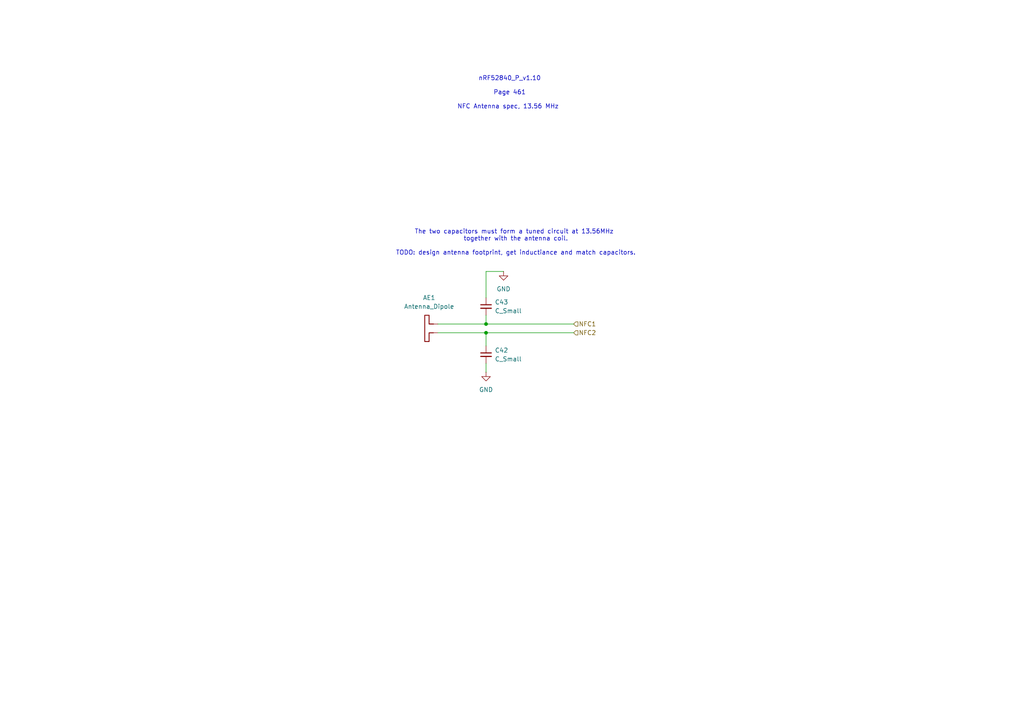
<source format=kicad_sch>
(kicad_sch (version 20250114) (generator "eeschema") (generator_version "9.0")
  (paper "A4")
  (title_block (title "Bornhack 2026") (rev "0.1") (company "Badge.Team"))
  (lib_symbols
    (symbol "Device:Antenna_Dipole" (pin_numbers (hide yes)) (pin_names (offset 1.016) (hide yes))
      (property "Reference" "AE" (at 1.27 1.27 0))
      (property "Value" "Antenna_Dipole" (at 1.27 0 0))
      (symbol "Antenna_Dipole_0_1"
        (polyline (pts (xy 2.54 -3.81) (xy 2.54 -2.54) (xy 5.08 -2.54) (xy 5.08 -1.27) (xy -2.54 -1.27) (xy -2.54 -2.54) (xy 0 -2.54) (xy 0 -3.81)) (stroke (width 0.254)))
      )
      (symbol "Antenna_Dipole_1_1"
        (pin input line (at 0 -5.08 90) (length 2.54) (name "~") (number "1"))
        (pin input line (at 2.54 -5.08 90) (length 2.54) (name "~") (number "2"))
      )
    )
    (symbol "Device:C_Small" (pin_numbers (hide yes)) (pin_names (offset 0.254) (hide yes))
      (property "Reference" "C" (at 0.254 1.778 0))
      (property "Value" "C_Small" (at 0.254 -2.032 0))
      (symbol "C_Small_0_1"
        (polyline (pts (xy -1.524 0.508) (xy 1.524 0.508)) (stroke (width 0.3048)))
        (polyline (pts (xy -1.524 -0.508) (xy 1.524 -0.508)) (stroke (width 0.3302)))
      )
      (symbol "C_Small_1_1"
        (pin passive line (at 0 2.54 270) (length 2.032) (name "~") (number "1"))
        (pin passive line (at 0 -2.54 90) (length 2.032) (name "~") (number "2"))
      )
    )
    (symbol "power:GND" (power) (pin_numbers (hide yes)) (pin_names (offset 0) (hide yes))
      (property "Value" "GND" (at 0 -3.81 0))
      (symbol "GND_0_1"
        (polyline (pts (xy 0 0) (xy 0 -1.27) (xy 1.27 -1.27) (xy 0 -2.54) (xy -1.27 -1.27) (xy 0 -1.27)))
      )
      (symbol "GND_1_1"
        (pin power_in line (at 0 0 270) (length 0) (name "~") (number "1"))
      )
    )
  )
  (text "nRF52840_P_v1.10\n\nPage 461\n\nNFC Antenna spec, 13.56 MHz " (at 147.828 26.924 0) (effects (font (size 1.27 1.27))))
  (text "The two capacitors must form a tuned circuit at 13.56MHz \ntogether with the antenna coil.\n\nTODO: design antenna footprint, get inductiance and match capacitors." (at 149.606 70.358 0) (effects (font (size 1.27 1.27))))
  (junction (at 140.97 93.98))
  (junction (at 140.97 96.52))
  (wire (pts (xy 140.97 91.44) (xy 140.97 93.98)))
  (wire (pts (xy 140.97 96.52) (xy 140.97 100.33)))
  (wire (pts (xy 127 93.98) (xy 140.97 93.98)))
  (wire (pts (xy 140.97 96.52) (xy 166.37 96.52)))
  (wire (pts (xy 140.97 105.41) (xy 140.97 107.95)))
  (wire (pts (xy 127 96.52) (xy 140.97 96.52)))
  (wire (pts (xy 140.97 78.74) (xy 146.05 78.74)))
  (wire (pts (xy 140.97 93.98) (xy 166.37 93.98)))
  (wire (pts (xy 140.97 78.74) (xy 140.97 86.36)))
  (hierarchical_label "NFC1" (shape input) (at 166.37 93.98 0))
  (hierarchical_label "NFC2" (shape input) (at 166.37 96.52 0))
  (symbol (lib_id "Device:C_Small") (at 140.97 102.87 0) (unit 1)
    (property "Reference" "C42" (at 143.51 101.6062 0) (effects (justify left)))
    (property "Value" "C_Small" (at 143.51 104.1462 0) (effects (justify left)))
    (property "Description" "Unpolarized capacitor, small symbol" (effects (hide yes)))
  )
  (symbol (lib_id "power:GND") (at 146.05 78.74 0) (unit 1)
    (property "Reference" "#PWR067" (effects (hide yes)))
    (property "Value" "GND" (at 146.05 83.82 0))
    (property "Description" "Power symbol creates a global label with name \"GND\" , ground" (effects (hide yes)))
  )
  (symbol (lib_id "power:GND") (at 140.97 107.95 0) (unit 1)
    (property "Reference" "#PWR068" (effects (hide yes)))
    (property "Value" "GND" (at 140.97 113.03 0))
    (property "Description" "Power symbol creates a global label with name \"GND\" , ground" (effects (hide yes)))
  )
  (symbol (lib_id "Device:C_Small") (at 140.97 88.9 0) (unit 1)
    (property "Reference" "C43" (at 143.51 87.6362 0) (effects (justify left)))
    (property "Value" "C_Small" (at 143.51 90.1762 0) (effects (justify left)))
    (property "Description" "Unpolarized capacitor, small symbol" (effects (hide yes)))
  )
  (symbol (lib_id "Device:Antenna_Dipole") (at 121.92 96.52 90) (unit 1)
    (property "Reference" "AE1" (at 124.46 86.36 90))
    (property "Value" "Antenna_Dipole" (at 124.46 88.9 90))
    (property "Description" "Dipole antenna" (effects (hide yes)))
  )
)
</source>
